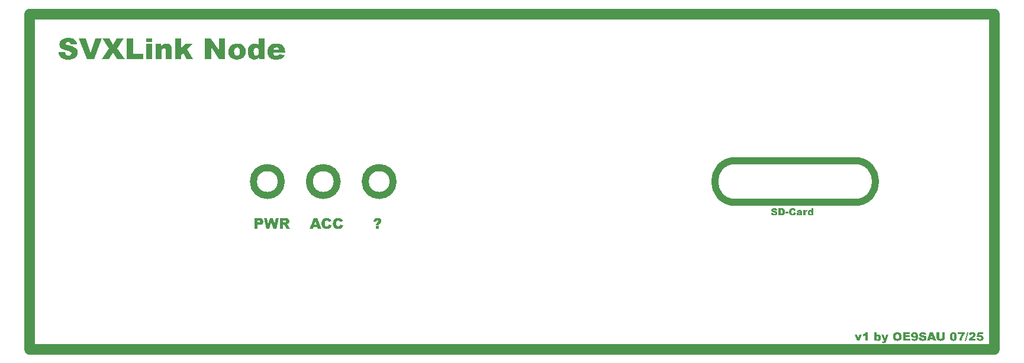
<source format=gbr>
%TF.GenerationSoftware,KiCad,Pcbnew,8.0.5*%
%TF.CreationDate,2025-07-23T09:32:54+02:00*%
%TF.ProjectId,SVX_Node_Case_front,5356585f-4e6f-4646-955f-436173655f66,rev?*%
%TF.SameCoordinates,Original*%
%TF.FileFunction,Legend,Top*%
%TF.FilePolarity,Positive*%
%FSLAX46Y46*%
G04 Gerber Fmt 4.6, Leading zero omitted, Abs format (unit mm)*
G04 Created by KiCad (PCBNEW 8.0.5) date 2025-07-23 09:32:54*
%MOMM*%
%LPD*%
G01*
G04 APERTURE LIST*
%ADD10C,0.200000*%
%ADD11C,1.000000*%
%ADD12C,1.500000*%
G04 APERTURE END LIST*
D10*
G36*
X196001758Y-112914381D02*
G01*
X196351123Y-112914381D01*
X196521116Y-113473013D01*
X196696678Y-112914381D01*
X197035491Y-112914381D01*
X196663558Y-113796000D01*
X196366071Y-113796000D01*
X196001758Y-112914381D01*
G37*
G36*
X197855854Y-112576739D02*
G01*
X197855854Y-113796000D01*
X197516161Y-113796000D01*
X197516161Y-112997618D01*
X197465202Y-113035177D01*
X197415274Y-113067983D01*
X197361543Y-113098583D01*
X197356720Y-113101080D01*
X197299119Y-113127901D01*
X197238760Y-113151623D01*
X197177928Y-113172435D01*
X197163572Y-113176990D01*
X197163572Y-112895623D01*
X197225170Y-112874517D01*
X197281368Y-112851865D01*
X197340108Y-112823485D01*
X197391499Y-112793001D01*
X197429699Y-112765197D01*
X197474469Y-112724732D01*
X197514110Y-112679834D01*
X197548621Y-112630503D01*
X197578004Y-112576739D01*
X197855854Y-112576739D01*
G37*
G36*
X199147801Y-112990291D02*
G01*
X199194292Y-112953346D01*
X199246056Y-112925600D01*
X199261814Y-112919363D01*
X199320358Y-112903134D01*
X199379442Y-112896202D01*
X199403377Y-112895623D01*
X199470624Y-112901148D01*
X199532598Y-112917726D01*
X199589299Y-112945355D01*
X199640726Y-112984036D01*
X199667745Y-113011101D01*
X199703305Y-113057950D01*
X199731507Y-113111887D01*
X199752352Y-113172915D01*
X199765840Y-113241031D01*
X199771459Y-113303210D01*
X199772379Y-113342880D01*
X199770093Y-113404213D01*
X199761882Y-113470323D01*
X199747699Y-113532184D01*
X199727544Y-113589795D01*
X199724605Y-113596697D01*
X199694811Y-113653975D01*
X199659175Y-113702488D01*
X199612727Y-113746114D01*
X199592128Y-113760535D01*
X199537568Y-113789129D01*
X199479402Y-113807132D01*
X199417630Y-113814546D01*
X199404842Y-113814757D01*
X199345957Y-113810636D01*
X199285747Y-113796739D01*
X199243349Y-113779879D01*
X199193028Y-113746941D01*
X199146948Y-113704241D01*
X199122889Y-113677884D01*
X199122889Y-113796000D01*
X198808988Y-113796000D01*
X198808988Y-113349621D01*
X199145163Y-113349621D01*
X199147820Y-113408569D01*
X199158610Y-113469993D01*
X199182515Y-113525717D01*
X199187662Y-113533096D01*
X199232463Y-113573699D01*
X199291182Y-113589608D01*
X199295226Y-113589663D01*
X199353606Y-113573947D01*
X199396050Y-113533976D01*
X199422617Y-113475963D01*
X199433837Y-113414288D01*
X199437042Y-113354273D01*
X199437083Y-113346104D01*
X199433906Y-113285545D01*
X199421398Y-113224815D01*
X199396929Y-113175232D01*
X199352819Y-113134346D01*
X199300209Y-113120717D01*
X199241450Y-113133210D01*
X199193769Y-113170691D01*
X199188248Y-113177577D01*
X199160352Y-113233260D01*
X199147856Y-113295564D01*
X199145163Y-113349621D01*
X198808988Y-113349621D01*
X198808988Y-112595497D01*
X199147801Y-112595497D01*
X199147801Y-112990291D01*
G37*
G36*
X199829532Y-112914381D02*
G01*
X200183879Y-112914381D01*
X200364424Y-113501443D01*
X200531779Y-112914381D01*
X200862386Y-112914381D01*
X200515366Y-113856376D01*
X200492982Y-113912839D01*
X200466685Y-113969465D01*
X200436392Y-114021988D01*
X200398164Y-114069352D01*
X200394319Y-114072971D01*
X200344805Y-114107721D01*
X200283897Y-114132542D01*
X200221256Y-114146116D01*
X200160620Y-114151701D01*
X200127899Y-114152399D01*
X200068743Y-114150113D01*
X200006381Y-114144842D01*
X199940398Y-114137588D01*
X199903684Y-114133055D01*
X199877306Y-113902978D01*
X199938883Y-113918728D01*
X200000617Y-113926140D01*
X200038799Y-113927304D01*
X200098501Y-113918587D01*
X200134933Y-113899754D01*
X200174513Y-113851642D01*
X200197069Y-113800982D01*
X199829532Y-112914381D01*
G37*
G36*
X202185657Y-112579249D02*
G01*
X202254570Y-112586778D01*
X202319160Y-112599326D01*
X202379427Y-112616893D01*
X202435371Y-112639479D01*
X202499222Y-112674770D01*
X202556317Y-112717904D01*
X202577264Y-112737353D01*
X202624295Y-112790595D01*
X202663354Y-112850119D01*
X202694442Y-112915926D01*
X202713573Y-112973095D01*
X202727602Y-113034284D01*
X202736530Y-113099495D01*
X202740356Y-113168726D01*
X202740516Y-113186662D01*
X202738770Y-113250403D01*
X202733532Y-113310465D01*
X202722637Y-113377685D01*
X202706714Y-113439608D01*
X202685763Y-113496236D01*
X202669002Y-113531045D01*
X202634799Y-113586926D01*
X202594509Y-113637113D01*
X202548133Y-113681606D01*
X202495670Y-113720405D01*
X202462958Y-113740019D01*
X202400918Y-113769141D01*
X202342673Y-113788409D01*
X202279750Y-113802423D01*
X202212149Y-113811181D01*
X202152241Y-113814465D01*
X202127369Y-113814757D01*
X202065163Y-113813183D01*
X202006405Y-113808460D01*
X201940450Y-113798637D01*
X201879460Y-113784280D01*
X201823437Y-113765390D01*
X201788848Y-113750277D01*
X201732674Y-113718477D01*
X201681353Y-113679496D01*
X201634885Y-113633334D01*
X201593269Y-113579991D01*
X201571667Y-113546286D01*
X201543379Y-113491396D01*
X201520944Y-113431582D01*
X201504362Y-113366842D01*
X201493632Y-113297176D01*
X201489161Y-113235359D01*
X201488429Y-113196628D01*
X201861828Y-113196628D01*
X201864218Y-113260447D01*
X201873050Y-113325917D01*
X201891112Y-113388891D01*
X201921591Y-113444628D01*
X201929825Y-113454841D01*
X201977103Y-113496263D01*
X202033941Y-113522344D01*
X202093269Y-113532699D01*
X202114766Y-113533390D01*
X202178213Y-113527315D01*
X202238594Y-113506318D01*
X202288328Y-113470323D01*
X202301172Y-113456600D01*
X202333050Y-113403596D01*
X202352627Y-113340288D01*
X202362996Y-113272392D01*
X202366860Y-113204907D01*
X202367117Y-113180508D01*
X202364696Y-113120813D01*
X202355750Y-113059192D01*
X202337455Y-112999346D01*
X202306581Y-112945508D01*
X202298241Y-112935483D01*
X202250413Y-112894679D01*
X202193026Y-112868988D01*
X202133203Y-112858787D01*
X202111542Y-112858107D01*
X202051570Y-112864320D01*
X201993146Y-112885798D01*
X201943366Y-112922618D01*
X201930118Y-112936655D01*
X201897107Y-112988977D01*
X201876833Y-113049147D01*
X201866096Y-113112345D01*
X201862095Y-113174351D01*
X201861828Y-113196628D01*
X201488429Y-113196628D01*
X201491003Y-113125383D01*
X201498724Y-113058197D01*
X201511593Y-112995068D01*
X201529609Y-112935996D01*
X201552772Y-112880982D01*
X201588965Y-112817920D01*
X201633200Y-112761198D01*
X201653147Y-112740284D01*
X201707868Y-112693169D01*
X201768901Y-112654040D01*
X201822271Y-112628486D01*
X201879680Y-112608043D01*
X201941129Y-112592710D01*
X202006616Y-112582489D01*
X202076143Y-112577378D01*
X202112421Y-112576739D01*
X202185657Y-112579249D01*
G37*
G36*
X202933077Y-112595497D02*
G01*
X203933691Y-112595497D01*
X203933691Y-112876865D01*
X203307355Y-112876865D01*
X203307355Y-113045685D01*
X203888555Y-113045685D01*
X203888555Y-113289538D01*
X203307355Y-113289538D01*
X203307355Y-113514632D01*
X203951863Y-113514632D01*
X203951863Y-113796000D01*
X202933077Y-113796000D01*
X202933077Y-112595497D01*
G37*
G36*
X204610589Y-112578913D02*
G01*
X204671050Y-112585436D01*
X204735205Y-112598541D01*
X204792489Y-112617565D01*
X204836120Y-112638581D01*
X204888162Y-112673899D01*
X204934672Y-112718302D01*
X204970830Y-112764609D01*
X205002752Y-112817871D01*
X205011095Y-112834367D01*
X205036676Y-112897232D01*
X205053603Y-112957703D01*
X205065912Y-113024253D01*
X205072644Y-113084355D01*
X205076171Y-113148679D01*
X205076748Y-113189300D01*
X205075537Y-113248555D01*
X205070156Y-113322817D01*
X205060470Y-113391657D01*
X205046480Y-113455075D01*
X205028184Y-113513070D01*
X204999262Y-113577939D01*
X204963613Y-113634337D01*
X204938995Y-113664108D01*
X204893434Y-113707508D01*
X204842664Y-113743552D01*
X204786684Y-113772240D01*
X204725496Y-113793572D01*
X204659098Y-113807549D01*
X204587491Y-113814169D01*
X204557390Y-113814757D01*
X204497219Y-113813116D01*
X204435596Y-113807223D01*
X204375380Y-113795468D01*
X204329951Y-113780466D01*
X204276015Y-113752948D01*
X204228659Y-113717950D01*
X204191318Y-113679642D01*
X204156449Y-113630190D01*
X204127607Y-113572910D01*
X204106615Y-113514046D01*
X204440446Y-113477116D01*
X204459588Y-113532566D01*
X204484996Y-113564457D01*
X204539786Y-113588088D01*
X204561493Y-113589663D01*
X204621317Y-113576216D01*
X204669339Y-113535874D01*
X204687522Y-113508184D01*
X204708318Y-113451014D01*
X204720962Y-113389511D01*
X204730312Y-113321931D01*
X204737055Y-113253780D01*
X204695331Y-113295699D01*
X204648867Y-113331790D01*
X204613370Y-113352259D01*
X204554161Y-113373497D01*
X204492350Y-113382568D01*
X204466824Y-113383327D01*
X204407717Y-113379370D01*
X204343265Y-113364752D01*
X204283665Y-113339363D01*
X204228918Y-113303203D01*
X204192784Y-113270780D01*
X204149273Y-113218693D01*
X204116448Y-113160913D01*
X204094311Y-113097438D01*
X204083842Y-113038499D01*
X204081116Y-112986188D01*
X204081771Y-112976809D01*
X204400000Y-112976809D01*
X204406429Y-113037122D01*
X204430183Y-113092692D01*
X204445722Y-113111631D01*
X204497159Y-113146582D01*
X204555763Y-113158187D01*
X204560027Y-113158233D01*
X204621031Y-113148315D01*
X204671603Y-113118562D01*
X204677557Y-113113096D01*
X204711427Y-113062216D01*
X204724007Y-113004263D01*
X204724745Y-112983843D01*
X204717779Y-112925069D01*
X204692046Y-112869627D01*
X204675212Y-112850193D01*
X204624285Y-112815482D01*
X204563826Y-112802022D01*
X204555045Y-112801833D01*
X204493862Y-112812751D01*
X204443963Y-112845504D01*
X204412407Y-112896105D01*
X204400686Y-112955587D01*
X204400000Y-112976809D01*
X204081771Y-112976809D01*
X204085614Y-112921747D01*
X204099107Y-112860644D01*
X204121595Y-112802880D01*
X204137976Y-112772231D01*
X204173344Y-112721582D01*
X204215482Y-112678444D01*
X204264390Y-112642818D01*
X204294487Y-112626272D01*
X204354716Y-112602328D01*
X204414988Y-112587623D01*
X204481597Y-112579109D01*
X204545080Y-112576739D01*
X204610589Y-112578913D01*
G37*
G36*
X205200725Y-113387723D02*
G01*
X205555952Y-113364569D01*
X205567905Y-113425857D01*
X205590393Y-113482253D01*
X205602847Y-113501443D01*
X205648395Y-113544661D01*
X205705650Y-113569940D01*
X205767857Y-113577353D01*
X205826774Y-113571258D01*
X205882553Y-113547023D01*
X205890956Y-113540424D01*
X205927174Y-113492334D01*
X205934333Y-113454548D01*
X205916535Y-113398060D01*
X205893007Y-113371896D01*
X205841674Y-113342806D01*
X205785053Y-113323461D01*
X205720244Y-113306809D01*
X205701912Y-113302727D01*
X205642707Y-113288603D01*
X205574884Y-113269352D01*
X205513930Y-113248326D01*
X205459846Y-113225526D01*
X205404012Y-113195823D01*
X205351374Y-113157939D01*
X205310261Y-113115933D01*
X205275640Y-113062087D01*
X205254208Y-113002012D01*
X205245964Y-112935709D01*
X205245861Y-112926983D01*
X205252234Y-112864723D01*
X205271351Y-112804887D01*
X205299790Y-112752594D01*
X205338819Y-112704738D01*
X205388496Y-112663751D01*
X205442309Y-112632736D01*
X205462163Y-112623634D01*
X205521404Y-112603117D01*
X205581474Y-112589974D01*
X205649231Y-112581319D01*
X205713425Y-112577472D01*
X205759357Y-112576739D01*
X205829108Y-112578814D01*
X205893464Y-112585040D01*
X205952424Y-112595415D01*
X206016055Y-112613344D01*
X206071916Y-112637249D01*
X206112533Y-112661736D01*
X206161035Y-112703718D01*
X206200112Y-112755294D01*
X206229765Y-112816462D01*
X206247680Y-112876528D01*
X206257320Y-112931966D01*
X205905317Y-112951896D01*
X205888807Y-112895138D01*
X205854543Y-112844671D01*
X205846406Y-112837591D01*
X205792990Y-112810773D01*
X205732186Y-112801973D01*
X205722428Y-112801833D01*
X205662311Y-112809526D01*
X205624242Y-112829091D01*
X205592987Y-112878836D01*
X205591416Y-112895330D01*
X205618674Y-112946621D01*
X205675519Y-112973328D01*
X205737721Y-112989024D01*
X205743824Y-112990291D01*
X205802836Y-113003288D01*
X205870496Y-113019611D01*
X205931372Y-113036020D01*
X205995470Y-113055825D01*
X206057905Y-113079086D01*
X206094361Y-113095804D01*
X206149451Y-113127850D01*
X206199895Y-113168241D01*
X206239004Y-113213670D01*
X206248527Y-113228281D01*
X206276060Y-113284903D01*
X206292164Y-113345958D01*
X206296887Y-113405309D01*
X206291787Y-113468544D01*
X206276485Y-113528998D01*
X206250983Y-113586669D01*
X206232407Y-113617507D01*
X206192245Y-113668367D01*
X206143968Y-113711809D01*
X206094243Y-113744196D01*
X206052742Y-113764639D01*
X205991376Y-113786566D01*
X205931490Y-113800613D01*
X205865825Y-113809863D01*
X205804942Y-113813974D01*
X205761995Y-113814757D01*
X205687875Y-113812875D01*
X205619681Y-113807229D01*
X205557413Y-113797818D01*
X205487911Y-113780760D01*
X205427668Y-113757821D01*
X205367600Y-113722530D01*
X205334961Y-113694297D01*
X205294075Y-113646727D01*
X205260443Y-113594582D01*
X205234064Y-113537862D01*
X205214940Y-113476566D01*
X205203070Y-113410696D01*
X205200725Y-113387723D01*
G37*
G36*
X207671486Y-113796000D02*
G01*
X207280795Y-113796000D01*
X207221591Y-113589663D01*
X206796315Y-113589663D01*
X206737697Y-113796000D01*
X206356092Y-113796000D01*
X206533435Y-113327053D01*
X206876915Y-113327053D01*
X207143335Y-113327053D01*
X207009685Y-112902071D01*
X206876915Y-113327053D01*
X206533435Y-113327053D01*
X206810090Y-112595497D01*
X207217487Y-112595497D01*
X207671486Y-113796000D01*
G37*
G36*
X208512951Y-112595497D02*
G01*
X208885471Y-112595497D01*
X208885471Y-113309761D01*
X208882828Y-113368514D01*
X208873691Y-113431620D01*
X208858029Y-113492437D01*
X208852058Y-113510235D01*
X208827483Y-113566930D01*
X208795524Y-113619046D01*
X208756179Y-113666581D01*
X208747424Y-113675539D01*
X208702224Y-113715564D01*
X208650917Y-113750071D01*
X208597948Y-113774604D01*
X208540722Y-113792171D01*
X208478073Y-113804719D01*
X208418808Y-113811581D01*
X208355392Y-113814601D01*
X208336510Y-113814757D01*
X208273954Y-113813303D01*
X208213779Y-113809456D01*
X208150455Y-113803205D01*
X208143949Y-113802448D01*
X208082240Y-113792407D01*
X208022029Y-113775940D01*
X207969853Y-113753794D01*
X207918965Y-113722250D01*
X207871374Y-113682133D01*
X207841479Y-113650626D01*
X207805911Y-113603998D01*
X207776984Y-113552024D01*
X207762051Y-113512287D01*
X207745333Y-113450053D01*
X207734086Y-113391947D01*
X207728007Y-113332224D01*
X207727466Y-113309761D01*
X207727466Y-112595497D01*
X208099986Y-112595497D01*
X208099986Y-113325295D01*
X208106462Y-113387539D01*
X208128299Y-113443909D01*
X208154794Y-113478288D01*
X208206339Y-113513964D01*
X208266370Y-113530753D01*
X208306908Y-113533390D01*
X208368284Y-113526983D01*
X208424022Y-113505378D01*
X208458143Y-113479168D01*
X208493629Y-113427615D01*
X208510329Y-113366718D01*
X208512951Y-113325295D01*
X208512951Y-112595497D01*
G37*
G36*
X210198290Y-112579104D02*
G01*
X210256510Y-112586198D01*
X210318285Y-112601292D01*
X210333342Y-112606635D01*
X210388132Y-112631392D01*
X210438185Y-112663979D01*
X210461130Y-112684011D01*
X210502930Y-112729893D01*
X210537295Y-112781249D01*
X210539092Y-112784541D01*
X210564958Y-112841621D01*
X210582901Y-112898658D01*
X210585108Y-112907346D01*
X210598241Y-112966493D01*
X210608149Y-113026734D01*
X210614830Y-113088069D01*
X210618287Y-113150498D01*
X210618813Y-113186662D01*
X210617834Y-113246237D01*
X210613484Y-113320893D01*
X210605653Y-113390090D01*
X210594341Y-113453828D01*
X210579549Y-113512107D01*
X210556165Y-113577280D01*
X210527342Y-113633923D01*
X210507438Y-113663815D01*
X210460026Y-113715112D01*
X210411889Y-113749752D01*
X210355910Y-113777022D01*
X210292088Y-113796921D01*
X210220424Y-113809451D01*
X210157446Y-113814168D01*
X210124075Y-113814757D01*
X210060188Y-113812457D01*
X210001882Y-113805557D01*
X209942082Y-113792038D01*
X209883522Y-113769648D01*
X209877585Y-113766690D01*
X209827353Y-113735964D01*
X209782500Y-113698189D01*
X209743025Y-113653367D01*
X209723419Y-113625420D01*
X209693386Y-113568941D01*
X209672515Y-113511484D01*
X209656961Y-113451698D01*
X209655422Y-113444583D01*
X209644779Y-113385635D01*
X209637177Y-113323683D01*
X209632616Y-113258726D01*
X209631119Y-113199425D01*
X209631106Y-113194576D01*
X209964340Y-113194576D01*
X209965335Y-113262306D01*
X209968319Y-113322981D01*
X209974525Y-113386478D01*
X209985386Y-113447716D01*
X210005080Y-113506132D01*
X210040828Y-113557034D01*
X210095661Y-113586727D01*
X210123489Y-113589663D01*
X210181970Y-113575810D01*
X210212002Y-113554199D01*
X210246238Y-113504938D01*
X210265985Y-113446979D01*
X210267103Y-113442238D01*
X210277282Y-113379499D01*
X210282468Y-113313072D01*
X210284546Y-113252014D01*
X210284982Y-113203369D01*
X210283987Y-113132895D01*
X210281004Y-113070035D01*
X210274797Y-113004653D01*
X210263936Y-112942230D01*
X210244242Y-112883899D01*
X210207917Y-112833890D01*
X210155542Y-112805760D01*
X210121730Y-112801833D01*
X210061694Y-112815619D01*
X210016846Y-112856977D01*
X210001270Y-112885364D01*
X209983418Y-112943595D01*
X209973572Y-113004433D01*
X209967946Y-113067407D01*
X209965242Y-113127521D01*
X209964340Y-113194576D01*
X209631106Y-113194576D01*
X209631095Y-113190766D01*
X209632185Y-113128599D01*
X209635454Y-113070034D01*
X209643202Y-112997549D01*
X209654825Y-112931466D01*
X209670322Y-112871785D01*
X209695142Y-112806187D01*
X209726016Y-112750593D01*
X209755073Y-112713320D01*
X209806229Y-112666904D01*
X209855817Y-112635560D01*
X209911730Y-112610884D01*
X209973969Y-112592878D01*
X210042534Y-112581541D01*
X210101940Y-112577273D01*
X210133161Y-112576739D01*
X210198290Y-112579104D01*
G37*
G36*
X210756566Y-112595497D02*
G01*
X211736664Y-112595497D01*
X211736664Y-112820298D01*
X211690227Y-112863942D01*
X211646758Y-112908926D01*
X211606256Y-112955250D01*
X211568722Y-113002912D01*
X211534156Y-113051915D01*
X211523293Y-113068547D01*
X211491929Y-113120105D01*
X211462683Y-113173481D01*
X211435555Y-113228675D01*
X211410545Y-113285686D01*
X211387653Y-113344515D01*
X211366879Y-113405161D01*
X211359162Y-113429928D01*
X211342349Y-113489949D01*
X211327742Y-113553947D01*
X211315339Y-113621923D01*
X211306688Y-113681607D01*
X211299568Y-113744054D01*
X211294975Y-113796000D01*
X210960265Y-113796000D01*
X210970862Y-113723991D01*
X210982869Y-113654949D01*
X210996287Y-113588875D01*
X211011116Y-113525769D01*
X211027355Y-113465631D01*
X211045005Y-113408459D01*
X211069050Y-113341169D01*
X211084535Y-113303020D01*
X211113508Y-113240065D01*
X211147304Y-113175765D01*
X211177813Y-113123357D01*
X211211409Y-113070088D01*
X211248091Y-113015957D01*
X211287860Y-112960966D01*
X211330715Y-112905114D01*
X211353300Y-112876865D01*
X210756566Y-112876865D01*
X210756566Y-112595497D01*
G37*
G36*
X212103614Y-112576739D02*
G01*
X212275073Y-112576739D01*
X211971723Y-113814757D01*
X211802023Y-113814757D01*
X212103614Y-112576739D01*
G37*
G36*
X213319651Y-113796000D02*
G01*
X212312295Y-113796000D01*
X212323227Y-113730818D01*
X212340890Y-113667347D01*
X212365285Y-113605588D01*
X212396413Y-113545539D01*
X212417222Y-113511994D01*
X212455594Y-113460491D01*
X212495820Y-113415289D01*
X212543545Y-113368013D01*
X212587124Y-113328697D01*
X212635502Y-113288054D01*
X212688680Y-113246082D01*
X212746657Y-113202782D01*
X212798300Y-113164170D01*
X212849071Y-113123758D01*
X212894591Y-113083687D01*
X212935408Y-113039237D01*
X212965070Y-112988044D01*
X212976734Y-112933138D01*
X212962371Y-112874085D01*
X212935994Y-112840228D01*
X212883485Y-112809182D01*
X212833412Y-112801833D01*
X212774867Y-112812238D01*
X212728192Y-112843452D01*
X212695859Y-112896106D01*
X212678432Y-112958260D01*
X212673384Y-112989412D01*
X212336915Y-112961568D01*
X212347205Y-112902622D01*
X212362812Y-112842570D01*
X212385275Y-112784340D01*
X212409602Y-112740870D01*
X212446782Y-112694863D01*
X212492377Y-112656126D01*
X212546387Y-112624659D01*
X212558199Y-112619237D01*
X212618117Y-112598694D01*
X212681186Y-112586077D01*
X212743946Y-112579395D01*
X212803365Y-112576905D01*
X212824326Y-112576739D01*
X212887950Y-112578141D01*
X212955197Y-112583318D01*
X213014927Y-112592310D01*
X213073985Y-112607257D01*
X213099832Y-112616600D01*
X213157414Y-112645479D01*
X213206696Y-112682660D01*
X213247677Y-112728140D01*
X213254877Y-112738233D01*
X213284707Y-112791470D01*
X213303489Y-112848600D01*
X213311223Y-112909622D01*
X213311444Y-112922294D01*
X213306320Y-112982387D01*
X213290949Y-113040996D01*
X213265331Y-113098121D01*
X213246671Y-113129217D01*
X213207671Y-113179811D01*
X213162698Y-113226065D01*
X213116089Y-113267185D01*
X213062041Y-113309665D01*
X213011318Y-113346104D01*
X212959585Y-113381578D01*
X212910774Y-113416057D01*
X212875617Y-113442531D01*
X212830904Y-113481240D01*
X212795310Y-113514632D01*
X213319651Y-113514632D01*
X213319651Y-113796000D01*
G37*
G36*
X213592519Y-112595497D02*
G01*
X214389727Y-112595497D01*
X214389727Y-112876865D01*
X213849853Y-112876865D01*
X213820837Y-113046565D01*
X213876524Y-113021505D01*
X213931625Y-113003773D01*
X213989528Y-112992568D01*
X214040069Y-112989412D01*
X214105692Y-112993235D01*
X214166492Y-113004703D01*
X214222471Y-113023817D01*
X214281684Y-113055780D01*
X214334333Y-113098149D01*
X214378415Y-113148414D01*
X214411670Y-113204065D01*
X214434098Y-113265101D01*
X214445699Y-113331523D01*
X214447466Y-113371896D01*
X214442853Y-113436464D01*
X214429012Y-113499594D01*
X214405944Y-113561286D01*
X214389141Y-113594939D01*
X214357084Y-113645277D01*
X214313751Y-113694376D01*
X214262720Y-113735499D01*
X214224424Y-113758484D01*
X214167344Y-113783103D01*
X214102791Y-113800689D01*
X214040176Y-113810306D01*
X213971839Y-113814538D01*
X213951263Y-113814757D01*
X213886687Y-113812926D01*
X213827491Y-113807431D01*
X213768025Y-113797030D01*
X213746099Y-113791603D01*
X213690475Y-113772983D01*
X213636668Y-113746509D01*
X213601018Y-113722434D01*
X213556353Y-113683063D01*
X213516474Y-113636228D01*
X213504298Y-113618386D01*
X213476135Y-113566256D01*
X213453830Y-113509722D01*
X213442456Y-113473013D01*
X213782149Y-113439600D01*
X213799259Y-113497239D01*
X213834339Y-113546625D01*
X213839888Y-113551561D01*
X213893037Y-113581291D01*
X213948039Y-113589663D01*
X214008364Y-113579230D01*
X214057999Y-113547932D01*
X214063810Y-113542182D01*
X214095065Y-113491717D01*
X214107925Y-113434262D01*
X214109532Y-113400619D01*
X214104060Y-113340421D01*
X214083483Y-113284995D01*
X214063224Y-113259349D01*
X214013322Y-113227162D01*
X213954546Y-113214900D01*
X213940418Y-113214506D01*
X213880861Y-113222864D01*
X213846336Y-113235902D01*
X213796805Y-113269036D01*
X213772184Y-113291882D01*
X213486420Y-113254953D01*
X213592519Y-112595497D01*
G37*
D11*
X130000000Y-91000000D02*
G75*
G02*
X126000000Y-91000000I-2000000J0D01*
G01*
X126000000Y-91000000D02*
G75*
G02*
X130000000Y-91000000I2000000J0D01*
G01*
X122000000Y-91000000D02*
G75*
G02*
X118000000Y-91000000I-2000000J0D01*
G01*
X118000000Y-91000000D02*
G75*
G02*
X122000000Y-91000000I2000000J0D01*
G01*
X114000000Y-91000000D02*
G75*
G02*
X110000000Y-91000000I-2000000J0D01*
G01*
X110000000Y-91000000D02*
G75*
G02*
X114000000Y-91000000I2000000J0D01*
G01*
X179000000Y-94000000D02*
G75*
G02*
X179000000Y-88000000I0J3000000D01*
G01*
X196000000Y-88000000D02*
G75*
G02*
X196000000Y-94000000I0J-3000000D01*
G01*
X179000000Y-94000000D02*
X196000000Y-94000000D01*
X179000000Y-88000000D02*
X196000000Y-88000000D01*
D10*
G36*
X184048848Y-95489769D02*
G01*
X184344870Y-95470474D01*
X184354831Y-95521547D01*
X184373571Y-95568544D01*
X184383949Y-95584535D01*
X184421906Y-95620551D01*
X184469618Y-95641617D01*
X184521458Y-95647794D01*
X184570555Y-95642715D01*
X184617038Y-95622519D01*
X184624040Y-95617020D01*
X184654222Y-95576945D01*
X184660188Y-95545457D01*
X184645357Y-95498383D01*
X184625750Y-95476580D01*
X184582972Y-95452339D01*
X184535788Y-95436217D01*
X184481780Y-95422341D01*
X184466503Y-95418939D01*
X184417166Y-95407169D01*
X184360647Y-95391127D01*
X184309852Y-95373605D01*
X184264782Y-95354605D01*
X184218253Y-95329852D01*
X184174389Y-95298283D01*
X184140128Y-95263277D01*
X184111277Y-95218405D01*
X184093417Y-95168343D01*
X184086547Y-95113091D01*
X184086461Y-95105819D01*
X184091772Y-95053936D01*
X184107703Y-95004072D01*
X184131402Y-94960495D01*
X184163927Y-94920615D01*
X184205324Y-94886459D01*
X184250168Y-94860613D01*
X184266713Y-94853028D01*
X184316080Y-94835931D01*
X184366139Y-94824978D01*
X184422603Y-94817766D01*
X184476098Y-94814560D01*
X184514375Y-94813949D01*
X184572501Y-94815679D01*
X184626130Y-94820866D01*
X184675264Y-94829513D01*
X184728289Y-94844453D01*
X184774841Y-94864374D01*
X184808688Y-94884780D01*
X184849106Y-94919765D01*
X184881670Y-94962745D01*
X184906381Y-95013718D01*
X184921310Y-95063773D01*
X184929344Y-95109972D01*
X184636008Y-95126580D01*
X184622250Y-95079281D01*
X184593696Y-95037226D01*
X184586915Y-95031325D01*
X184542402Y-95008977D01*
X184491732Y-95001644D01*
X184483600Y-95001528D01*
X184433503Y-95007938D01*
X184401779Y-95024242D01*
X184375733Y-95065697D01*
X184374424Y-95079441D01*
X184397138Y-95122184D01*
X184444510Y-95144440D01*
X184496345Y-95157520D01*
X184501430Y-95158576D01*
X184550607Y-95169407D01*
X184606990Y-95183009D01*
X184657721Y-95196684D01*
X184711135Y-95213187D01*
X184763164Y-95232571D01*
X184793545Y-95246503D01*
X184839453Y-95273208D01*
X184881490Y-95306868D01*
X184914081Y-95344725D01*
X184922016Y-95356901D01*
X184944961Y-95404086D01*
X184958381Y-95454965D01*
X184962316Y-95504424D01*
X184958066Y-95557120D01*
X184945315Y-95607498D01*
X184924063Y-95655558D01*
X184908583Y-95681256D01*
X184875114Y-95723639D01*
X184834884Y-95759841D01*
X184793446Y-95786830D01*
X184758862Y-95803866D01*
X184707724Y-95822138D01*
X184657818Y-95833844D01*
X184603098Y-95841552D01*
X184552362Y-95844978D01*
X184516573Y-95845631D01*
X184454806Y-95844063D01*
X184397978Y-95839357D01*
X184346088Y-95831515D01*
X184288170Y-95817300D01*
X184237967Y-95798184D01*
X184187910Y-95768775D01*
X184160711Y-95745247D01*
X184126639Y-95705605D01*
X184098613Y-95662151D01*
X184076631Y-95614885D01*
X184060694Y-95563805D01*
X184050802Y-95508914D01*
X184048848Y-95489769D01*
G37*
G36*
X185629124Y-94830877D02*
G01*
X185682068Y-94835668D01*
X185736450Y-94845464D01*
X185784299Y-94859870D01*
X185800558Y-94866461D01*
X185845638Y-94889738D01*
X185886081Y-94918076D01*
X185921887Y-94951476D01*
X185939776Y-94972219D01*
X185968292Y-95012758D01*
X185992017Y-95056892D01*
X186010951Y-95104619D01*
X186019399Y-95132686D01*
X186031324Y-95184938D01*
X186039346Y-95238929D01*
X186043201Y-95288380D01*
X186044068Y-95326371D01*
X186042771Y-95384013D01*
X186038882Y-95436589D01*
X186031066Y-95491525D01*
X186019721Y-95539565D01*
X186007187Y-95575254D01*
X185984319Y-95622610D01*
X185956929Y-95665483D01*
X185925019Y-95703874D01*
X185905338Y-95723265D01*
X185863626Y-95756625D01*
X185820006Y-95782208D01*
X185774477Y-95800016D01*
X185765143Y-95802644D01*
X185715180Y-95814612D01*
X185661854Y-95823989D01*
X185611582Y-95829038D01*
X185579762Y-95830000D01*
X185117411Y-95830000D01*
X185117411Y-95595526D01*
X185428576Y-95595526D01*
X185504780Y-95595526D01*
X185555153Y-95593884D01*
X185604652Y-95587417D01*
X185643510Y-95574766D01*
X185682266Y-95543694D01*
X185707990Y-95501737D01*
X185722278Y-95453469D01*
X185729147Y-95399392D01*
X185731345Y-95347063D01*
X185731437Y-95332721D01*
X185729599Y-95278179D01*
X185722811Y-95223228D01*
X185708927Y-95171876D01*
X185685498Y-95128702D01*
X185679169Y-95121207D01*
X185639928Y-95091068D01*
X185593109Y-95073486D01*
X185542345Y-95065449D01*
X185506245Y-95064054D01*
X185428576Y-95064054D01*
X185428576Y-95595526D01*
X185117411Y-95595526D01*
X185117411Y-94829581D01*
X185579762Y-94829581D01*
X185629124Y-94830877D01*
G37*
G36*
X186129553Y-95345422D02*
G01*
X186536217Y-95345422D01*
X186536217Y-95564263D01*
X186129553Y-95564263D01*
X186129553Y-95345422D01*
G37*
G36*
X187338066Y-95423579D02*
G01*
X187610642Y-95502470D01*
X187597154Y-95550370D01*
X187578019Y-95600733D01*
X187554916Y-95646426D01*
X187527843Y-95687447D01*
X187524180Y-95692247D01*
X187488672Y-95732037D01*
X187448643Y-95765954D01*
X187404093Y-95793998D01*
X187377390Y-95807041D01*
X187330678Y-95823924D01*
X187277983Y-95835983D01*
X187226966Y-95842578D01*
X187171367Y-95845480D01*
X187154640Y-95845631D01*
X187104816Y-95844480D01*
X187048900Y-95840061D01*
X186997208Y-95832327D01*
X186942240Y-95819115D01*
X186893023Y-95801392D01*
X186886461Y-95798492D01*
X186842296Y-95774338D01*
X186800843Y-95743334D01*
X186762101Y-95705482D01*
X186731051Y-95667586D01*
X186706699Y-95632163D01*
X186681050Y-95585131D01*
X186660709Y-95533428D01*
X186645673Y-95477053D01*
X186637198Y-95426507D01*
X186632407Y-95372716D01*
X186631228Y-95327348D01*
X186633304Y-95267283D01*
X186639532Y-95210798D01*
X186649912Y-95157893D01*
X186664445Y-95108567D01*
X186683129Y-95062821D01*
X186712324Y-95010673D01*
X186748006Y-94964118D01*
X186764096Y-94947062D01*
X186808312Y-94908714D01*
X186857919Y-94876866D01*
X186912917Y-94851517D01*
X186960796Y-94835918D01*
X187012125Y-94824479D01*
X187066904Y-94817199D01*
X187125133Y-94814079D01*
X187140230Y-94813949D01*
X187197696Y-94815834D01*
X187251179Y-94821486D01*
X187300679Y-94830908D01*
X187354821Y-94847188D01*
X187403226Y-94868895D01*
X187439183Y-94891130D01*
X187478066Y-94922984D01*
X187513017Y-94960659D01*
X187544035Y-95004156D01*
X187571120Y-95053475D01*
X187590687Y-95099021D01*
X187601116Y-95128290D01*
X187326343Y-95189106D01*
X187308714Y-95143480D01*
X187296057Y-95122184D01*
X187260890Y-95085897D01*
X187232065Y-95067718D01*
X187184213Y-95051607D01*
X187147801Y-95048422D01*
X187098006Y-95053628D01*
X187049359Y-95071928D01*
X187008516Y-95103405D01*
X186985624Y-95131709D01*
X186963213Y-95177223D01*
X186950140Y-95229973D01*
X186944620Y-95278721D01*
X186943126Y-95325882D01*
X186944912Y-95383633D01*
X186950270Y-95434154D01*
X186961036Y-95483958D01*
X186982021Y-95533531D01*
X186993928Y-95550341D01*
X187033733Y-95584966D01*
X187083292Y-95605219D01*
X187136810Y-95611158D01*
X187188411Y-95606483D01*
X187235310Y-95590541D01*
X187271877Y-95563286D01*
X187302594Y-95521086D01*
X187322787Y-95476578D01*
X187336760Y-95429261D01*
X187338066Y-95423579D01*
G37*
G36*
X188154717Y-95080363D02*
G01*
X188209087Y-95082798D01*
X188262846Y-95087654D01*
X188304047Y-95093852D01*
X188353575Y-95107227D01*
X188400692Y-95130114D01*
X188431297Y-95152958D01*
X188463171Y-95190511D01*
X188486176Y-95237583D01*
X188487473Y-95241130D01*
X188501665Y-95289943D01*
X188508052Y-95340064D01*
X188508234Y-95349818D01*
X188508234Y-95673928D01*
X188510243Y-95725070D01*
X188514584Y-95755017D01*
X188530925Y-95803052D01*
X188543161Y-95830000D01*
X188280844Y-95830000D01*
X188260083Y-95786524D01*
X188250558Y-95739385D01*
X188212863Y-95772274D01*
X188171939Y-95800054D01*
X188141381Y-95815345D01*
X188092638Y-95831316D01*
X188039219Y-95841372D01*
X187987145Y-95845365D01*
X187968946Y-95845631D01*
X187914793Y-95842849D01*
X187860289Y-95832858D01*
X187813661Y-95815601D01*
X187770621Y-95787501D01*
X187734943Y-95748499D01*
X187712479Y-95704153D01*
X187703230Y-95654465D01*
X187702965Y-95643886D01*
X187705453Y-95621660D01*
X187983356Y-95621660D01*
X188002212Y-95666842D01*
X188006315Y-95670509D01*
X188052981Y-95688140D01*
X188073970Y-95689316D01*
X188124365Y-95682824D01*
X188160676Y-95668799D01*
X188201892Y-95639719D01*
X188217829Y-95618974D01*
X188233036Y-95569910D01*
X188234682Y-95542037D01*
X188234682Y-95501737D01*
X188187042Y-95516134D01*
X188137790Y-95529160D01*
X188114515Y-95534710D01*
X188063329Y-95548728D01*
X188017437Y-95567565D01*
X188006803Y-95575010D01*
X187983448Y-95618416D01*
X187983356Y-95621660D01*
X187705453Y-95621660D01*
X187708737Y-95592325D01*
X187728201Y-95543713D01*
X187751814Y-95512484D01*
X187795013Y-95480170D01*
X187844912Y-95458369D01*
X187892779Y-95444297D01*
X187931821Y-95435792D01*
X187986916Y-95424987D01*
X188041361Y-95414009D01*
X188090618Y-95403609D01*
X188135764Y-95393049D01*
X188183818Y-95378944D01*
X188231421Y-95362282D01*
X188234682Y-95361053D01*
X188227959Y-95312418D01*
X188213433Y-95288269D01*
X188166106Y-95268925D01*
X188138450Y-95267264D01*
X188088330Y-95271214D01*
X188039818Y-95288301D01*
X188035380Y-95291200D01*
X188004750Y-95329658D01*
X187992149Y-95361053D01*
X187724947Y-95329790D01*
X187736916Y-95280150D01*
X187755081Y-95231605D01*
X187768422Y-95207180D01*
X187800740Y-95167732D01*
X187840878Y-95135755D01*
X187850732Y-95129511D01*
X187896345Y-95108323D01*
X187944105Y-95095154D01*
X187956489Y-95092630D01*
X188008559Y-95084742D01*
X188058944Y-95080709D01*
X188102058Y-95079685D01*
X188154717Y-95080363D01*
G37*
G36*
X188673098Y-95095317D02*
G01*
X188934926Y-95095317D01*
X188934926Y-95216461D01*
X188958802Y-95172383D01*
X188988019Y-95132083D01*
X189012840Y-95108995D01*
X189057658Y-95087013D01*
X189108327Y-95079714D01*
X189112002Y-95079685D01*
X189164144Y-95085933D01*
X189211287Y-95100980D01*
X189247313Y-95117543D01*
X189160851Y-95319288D01*
X189114221Y-95303089D01*
X189082693Y-95298527D01*
X189033906Y-95309945D01*
X188997452Y-95344200D01*
X188976555Y-95389064D01*
X188963720Y-95443831D01*
X188957641Y-95494103D01*
X188954601Y-95552258D01*
X188954221Y-95584291D01*
X188954221Y-95830000D01*
X188673098Y-95830000D01*
X188673098Y-95095317D01*
G37*
G36*
X190093859Y-95830000D02*
G01*
X189832274Y-95830000D01*
X189832274Y-95731570D01*
X189795619Y-95770044D01*
X189755201Y-95803011D01*
X189731891Y-95816566D01*
X189684687Y-95834278D01*
X189633568Y-95843814D01*
X189597313Y-95845631D01*
X189543915Y-95841630D01*
X189495464Y-95829626D01*
X189445188Y-95805506D01*
X189401644Y-95770494D01*
X189369678Y-95731814D01*
X189342951Y-95687407D01*
X189321753Y-95639547D01*
X189306086Y-95588236D01*
X189295948Y-95533473D01*
X189291340Y-95475259D01*
X189291181Y-95464856D01*
X189570446Y-95464856D01*
X189573132Y-95516954D01*
X189582415Y-95564915D01*
X189604396Y-95611646D01*
X189642559Y-95646451D01*
X189688660Y-95658053D01*
X189737691Y-95646329D01*
X189775562Y-95614043D01*
X189777808Y-95611158D01*
X189801055Y-95563261D01*
X189810872Y-95513086D01*
X189813712Y-95458018D01*
X189810833Y-95407771D01*
X189799496Y-95356905D01*
X189777320Y-95314647D01*
X189738962Y-95280637D01*
X189688702Y-95267310D01*
X189685240Y-95267264D01*
X189637819Y-95280085D01*
X189603419Y-95312693D01*
X189582070Y-95359722D01*
X189573054Y-95409668D01*
X189570446Y-95464856D01*
X189291181Y-95464856D01*
X189291032Y-95455087D01*
X189293149Y-95400241D01*
X189299500Y-95349580D01*
X189312709Y-95294314D01*
X189332015Y-95245075D01*
X189357417Y-95201864D01*
X189377739Y-95176406D01*
X189418023Y-95138719D01*
X189462796Y-95110288D01*
X189512057Y-95091114D01*
X189565806Y-95081197D01*
X189598534Y-95079685D01*
X189649662Y-95082951D01*
X189700125Y-95093770D01*
X189716992Y-95099469D01*
X189761290Y-95120400D01*
X189801008Y-95148997D01*
X189811514Y-95158576D01*
X189811514Y-94829581D01*
X190093859Y-94829581D01*
X190093859Y-95830000D01*
G37*
D12*
X78000000Y-67000000D02*
X216000000Y-67000000D01*
X216000000Y-115000000D01*
X78000000Y-115000000D01*
X78000000Y-67000000D01*
D10*
G36*
X111004480Y-96247278D02*
G01*
X111087599Y-96258441D01*
X111161753Y-96277976D01*
X111236937Y-96311347D01*
X111299919Y-96356114D01*
X111307920Y-96363440D01*
X111357170Y-96420336D01*
X111394323Y-96486839D01*
X111419380Y-96562949D01*
X111431230Y-96635832D01*
X111434316Y-96701960D01*
X111429473Y-96783250D01*
X111414944Y-96857585D01*
X111385752Y-96935518D01*
X111343377Y-97003985D01*
X111296563Y-97055136D01*
X111229514Y-97104671D01*
X111160992Y-97137446D01*
X111082270Y-97161283D01*
X111008875Y-97174318D01*
X110928397Y-97181147D01*
X110876709Y-97182264D01*
X110621353Y-97182264D01*
X110621353Y-97745000D01*
X110152407Y-97745000D01*
X110152407Y-96877449D01*
X110621353Y-96877449D01*
X110735659Y-96877449D01*
X110812281Y-96873012D01*
X110888354Y-96853980D01*
X110925436Y-96832020D01*
X110969575Y-96772385D01*
X110980024Y-96714783D01*
X110963233Y-96640048D01*
X110932397Y-96597547D01*
X110864253Y-96561277D01*
X110785736Y-96549942D01*
X110754344Y-96549187D01*
X110621353Y-96549187D01*
X110621353Y-96877449D01*
X110152407Y-96877449D01*
X110152407Y-96244371D01*
X110928367Y-96244371D01*
X111004480Y-96247278D01*
G37*
G36*
X111514183Y-96244371D02*
G01*
X111957484Y-96244371D01*
X112117219Y-97082613D01*
X112349860Y-96244371D01*
X112792062Y-96244371D01*
X113025802Y-97082613D01*
X113185537Y-96244371D01*
X113626639Y-96244371D01*
X113293614Y-97745000D01*
X112836392Y-97745000D01*
X112571510Y-96800146D01*
X112307728Y-97745000D01*
X111850139Y-97745000D01*
X111514183Y-96244371D01*
G37*
G36*
X114631509Y-96245672D02*
G01*
X114712961Y-96250478D01*
X114794071Y-96260307D01*
X114870047Y-96276893D01*
X114884734Y-96281374D01*
X114958081Y-96314051D01*
X115020952Y-96361707D01*
X115069016Y-96418028D01*
X115106110Y-96484568D01*
X115129466Y-96559622D01*
X115138739Y-96634452D01*
X115139357Y-96660928D01*
X115134098Y-96735646D01*
X115116164Y-96810067D01*
X115085502Y-96876350D01*
X115039718Y-96939427D01*
X114982599Y-96992922D01*
X114938224Y-97023262D01*
X114867424Y-97056051D01*
X114793578Y-97078107D01*
X114774459Y-97082613D01*
X114846632Y-97110731D01*
X114896092Y-97138667D01*
X114947543Y-97191148D01*
X114970464Y-97219267D01*
X115015376Y-97279288D01*
X115036043Y-97313789D01*
X115261723Y-97745000D01*
X114734159Y-97745000D01*
X114485031Y-97285945D01*
X114445391Y-97219968D01*
X114400401Y-97170174D01*
X114332051Y-97140264D01*
X114286095Y-97135369D01*
X114244696Y-97135369D01*
X114244696Y-97745000D01*
X113776116Y-97745000D01*
X113776116Y-96854002D01*
X114244696Y-96854002D01*
X114441434Y-96854002D01*
X114518439Y-96843403D01*
X114565265Y-96833485D01*
X114631523Y-96797685D01*
X114641102Y-96786591D01*
X114669381Y-96717419D01*
X114670411Y-96699396D01*
X114654008Y-96625137D01*
X114623883Y-96588021D01*
X114551778Y-96557720D01*
X114473116Y-96549528D01*
X114449860Y-96549187D01*
X114244696Y-96549187D01*
X114244696Y-96854002D01*
X113776116Y-96854002D01*
X113776116Y-96244371D01*
X114553907Y-96244371D01*
X114631509Y-96245672D01*
G37*
G36*
X119696196Y-97745000D02*
G01*
X119207833Y-97745000D01*
X119133827Y-97487079D01*
X118602233Y-97487079D01*
X118528960Y-97745000D01*
X118051953Y-97745000D01*
X118273632Y-97158817D01*
X118702983Y-97158817D01*
X119036008Y-97158817D01*
X118868946Y-96627588D01*
X118702983Y-97158817D01*
X118273632Y-97158817D01*
X118619452Y-96244371D01*
X119128698Y-96244371D01*
X119696196Y-97745000D01*
G37*
G36*
X120804448Y-97135369D02*
G01*
X121213311Y-97253705D01*
X121193080Y-97325555D01*
X121164377Y-97401100D01*
X121129722Y-97469639D01*
X121089113Y-97531171D01*
X121083618Y-97538370D01*
X121030356Y-97598056D01*
X120970312Y-97648932D01*
X120903488Y-97690998D01*
X120863433Y-97710561D01*
X120793366Y-97735886D01*
X120714323Y-97753975D01*
X120637797Y-97763868D01*
X120554399Y-97768221D01*
X120529309Y-97768447D01*
X120454572Y-97766721D01*
X120370698Y-97760092D01*
X120293160Y-97748491D01*
X120210709Y-97728673D01*
X120136883Y-97702089D01*
X120127041Y-97697739D01*
X120060793Y-97661507D01*
X119998613Y-97615002D01*
X119940500Y-97558223D01*
X119893926Y-97501380D01*
X119857397Y-97448244D01*
X119818924Y-97377696D01*
X119788411Y-97300142D01*
X119765858Y-97215580D01*
X119753145Y-97139760D01*
X119745959Y-97059074D01*
X119744190Y-96991022D01*
X119747304Y-96900925D01*
X119756646Y-96816197D01*
X119772217Y-96736839D01*
X119794016Y-96662851D01*
X119822042Y-96594232D01*
X119865834Y-96516009D01*
X119919358Y-96446177D01*
X119943492Y-96420593D01*
X120009817Y-96363071D01*
X120084228Y-96315299D01*
X120166724Y-96277276D01*
X120238543Y-96253877D01*
X120315537Y-96236718D01*
X120397705Y-96225799D01*
X120485049Y-96221119D01*
X120507693Y-96220924D01*
X120593893Y-96223751D01*
X120674117Y-96232230D01*
X120748367Y-96246362D01*
X120829579Y-96270783D01*
X120902188Y-96303343D01*
X120956123Y-96336695D01*
X121014448Y-96384476D01*
X121066874Y-96440989D01*
X121113401Y-96506235D01*
X121154028Y-96580213D01*
X121183379Y-96648532D01*
X121199023Y-96692435D01*
X120786863Y-96783660D01*
X120760419Y-96715220D01*
X120741434Y-96683276D01*
X120688683Y-96628846D01*
X120645446Y-96601577D01*
X120573668Y-96577411D01*
X120519050Y-96572634D01*
X120444358Y-96580442D01*
X120371386Y-96607892D01*
X120310123Y-96655107D01*
X120275785Y-96697564D01*
X120242168Y-96765835D01*
X120222558Y-96844960D01*
X120214278Y-96918082D01*
X120212037Y-96988824D01*
X120214716Y-97075450D01*
X120222753Y-97151232D01*
X120238902Y-97225937D01*
X120270381Y-97300296D01*
X120288241Y-97325512D01*
X120347947Y-97377450D01*
X120422286Y-97407828D01*
X120502564Y-97416737D01*
X120579966Y-97409725D01*
X120650314Y-97385812D01*
X120705163Y-97344930D01*
X120751240Y-97281629D01*
X120781529Y-97214868D01*
X120802488Y-97143892D01*
X120804448Y-97135369D01*
G37*
G36*
X122436967Y-97135369D02*
G01*
X122845830Y-97253705D01*
X122825599Y-97325555D01*
X122796897Y-97401100D01*
X122762241Y-97469639D01*
X122721632Y-97531171D01*
X122716137Y-97538370D01*
X122662875Y-97598056D01*
X122602832Y-97648932D01*
X122536007Y-97690998D01*
X122495952Y-97710561D01*
X122425885Y-97735886D01*
X122346842Y-97753975D01*
X122270316Y-97763868D01*
X122186918Y-97768221D01*
X122161828Y-97768447D01*
X122087092Y-97766721D01*
X122003217Y-97760092D01*
X121925680Y-97748491D01*
X121843228Y-97728673D01*
X121769402Y-97702089D01*
X121759560Y-97697739D01*
X121693312Y-97661507D01*
X121631132Y-97615002D01*
X121573019Y-97558223D01*
X121526445Y-97501380D01*
X121489916Y-97448244D01*
X121451443Y-97377696D01*
X121420931Y-97300142D01*
X121398378Y-97215580D01*
X121385664Y-97139760D01*
X121378478Y-97059074D01*
X121376709Y-96991022D01*
X121379823Y-96900925D01*
X121389166Y-96816197D01*
X121404736Y-96736839D01*
X121426535Y-96662851D01*
X121454562Y-96594232D01*
X121498354Y-96516009D01*
X121551877Y-96446177D01*
X121576011Y-96420593D01*
X121642336Y-96363071D01*
X121716747Y-96315299D01*
X121799243Y-96277276D01*
X121871062Y-96253877D01*
X121948056Y-96236718D01*
X122030224Y-96225799D01*
X122117568Y-96221119D01*
X122140212Y-96220924D01*
X122226412Y-96223751D01*
X122306636Y-96232230D01*
X122380886Y-96246362D01*
X122462098Y-96270783D01*
X122534707Y-96303343D01*
X122588642Y-96336695D01*
X122646967Y-96384476D01*
X122699393Y-96440989D01*
X122745920Y-96506235D01*
X122786548Y-96580213D01*
X122815898Y-96648532D01*
X122831542Y-96692435D01*
X122419382Y-96783660D01*
X122392939Y-96715220D01*
X122373953Y-96683276D01*
X122321202Y-96628846D01*
X122277965Y-96601577D01*
X122206188Y-96577411D01*
X122151570Y-96572634D01*
X122076877Y-96580442D01*
X122003906Y-96607892D01*
X121942642Y-96655107D01*
X121908304Y-96697564D01*
X121874687Y-96765835D01*
X121855077Y-96844960D01*
X121846797Y-96918082D01*
X121844556Y-96988824D01*
X121847235Y-97075450D01*
X121855273Y-97151232D01*
X121871421Y-97225937D01*
X121902900Y-97300296D01*
X121920760Y-97325512D01*
X121980466Y-97377450D01*
X122054805Y-97407828D01*
X122135083Y-97416737D01*
X122212485Y-97409725D01*
X122282833Y-97385812D01*
X122337683Y-97344930D01*
X122383759Y-97281629D01*
X122414048Y-97214868D01*
X122435007Y-97143892D01*
X122436967Y-97135369D01*
G37*
G36*
X127921074Y-97276053D02*
G01*
X127529431Y-97276053D01*
X127529431Y-97237585D01*
X127533180Y-97163977D01*
X127548086Y-97090314D01*
X127552145Y-97078583D01*
X127586868Y-97009674D01*
X127619556Y-96966842D01*
X127674551Y-96913066D01*
X127734160Y-96860960D01*
X127792704Y-96812018D01*
X127821057Y-96788789D01*
X127875140Y-96736427D01*
X127904588Y-96666423D01*
X127884016Y-96594617D01*
X127870882Y-96579961D01*
X127801502Y-96551110D01*
X127769766Y-96549187D01*
X127695332Y-96564140D01*
X127648499Y-96596448D01*
X127609390Y-96660836D01*
X127591238Y-96732088D01*
X127587316Y-96760212D01*
X127187247Y-96712219D01*
X127199126Y-96632277D01*
X127219378Y-96558414D01*
X127248001Y-96490631D01*
X127291977Y-96419235D01*
X127347348Y-96356113D01*
X127404934Y-96310170D01*
X127473005Y-96273732D01*
X127551560Y-96246800D01*
X127625031Y-96231618D01*
X127705784Y-96223036D01*
X127775628Y-96220924D01*
X127856806Y-96224196D01*
X127931905Y-96234010D01*
X128011837Y-96253730D01*
X128083494Y-96282356D01*
X128138328Y-96313981D01*
X128202076Y-96364178D01*
X128252634Y-96420249D01*
X128294949Y-96493088D01*
X128319312Y-96573922D01*
X128325907Y-96649570D01*
X128316650Y-96724674D01*
X128288881Y-96797393D01*
X128277547Y-96817732D01*
X128232351Y-96877430D01*
X128177598Y-96932650D01*
X128115499Y-96986551D01*
X128079710Y-97015202D01*
X128022158Y-97063151D01*
X127969698Y-97116179D01*
X127948185Y-97146727D01*
X127924887Y-97220429D01*
X127921074Y-97276053D01*
G37*
G36*
X127516242Y-97369842D02*
G01*
X127935362Y-97369842D01*
X127935362Y-97745000D01*
X127516242Y-97745000D01*
X127516242Y-97369842D01*
G37*
G36*
X82146545Y-72469309D02*
G01*
X83034612Y-72411423D01*
X83064494Y-72564643D01*
X83120714Y-72705634D01*
X83151849Y-72753607D01*
X83265720Y-72861654D01*
X83408856Y-72924851D01*
X83564375Y-72943384D01*
X83711666Y-72928147D01*
X83851114Y-72867559D01*
X83872121Y-72851060D01*
X83962667Y-72730835D01*
X83980565Y-72636371D01*
X83936071Y-72495150D01*
X83877250Y-72429741D01*
X83748917Y-72357017D01*
X83607365Y-72308652D01*
X83445341Y-72267024D01*
X83399511Y-72256817D01*
X83251500Y-72221509D01*
X83081942Y-72173381D01*
X82929557Y-72120816D01*
X82794346Y-72063815D01*
X82654761Y-71989557D01*
X82523168Y-71894849D01*
X82420385Y-71789833D01*
X82333832Y-71655217D01*
X82280251Y-71505031D01*
X82259643Y-71339274D01*
X82259385Y-71317459D01*
X82275317Y-71161808D01*
X82323110Y-71012218D01*
X82394207Y-70881486D01*
X82491781Y-70761845D01*
X82615972Y-70659378D01*
X82750504Y-70581840D01*
X82800139Y-70559085D01*
X82948242Y-70507794D01*
X83098418Y-70474936D01*
X83267809Y-70453298D01*
X83428294Y-70443681D01*
X83543126Y-70441849D01*
X83717503Y-70447037D01*
X83878392Y-70462600D01*
X84025793Y-70488539D01*
X84184869Y-70533361D01*
X84324523Y-70593124D01*
X84426064Y-70654340D01*
X84547319Y-70759296D01*
X84645012Y-70888235D01*
X84719144Y-71041156D01*
X84763932Y-71191320D01*
X84788032Y-71329916D01*
X83908025Y-71379741D01*
X83866751Y-71237845D01*
X83781090Y-71111679D01*
X83760746Y-71093977D01*
X83627206Y-71026933D01*
X83475197Y-71004933D01*
X83450802Y-71004584D01*
X83300510Y-71023816D01*
X83205338Y-71072728D01*
X83127199Y-71197092D01*
X83123272Y-71238325D01*
X83191416Y-71366552D01*
X83333530Y-71433320D01*
X83489035Y-71472561D01*
X83504291Y-71475729D01*
X83651822Y-71508221D01*
X83820972Y-71549029D01*
X83973163Y-71590052D01*
X84133407Y-71639562D01*
X84289494Y-71697715D01*
X84380635Y-71739511D01*
X84518360Y-71819625D01*
X84644470Y-71920604D01*
X84742243Y-72034177D01*
X84766050Y-72070704D01*
X84834883Y-72212258D01*
X84875143Y-72364895D01*
X84886950Y-72513272D01*
X84874199Y-72671361D01*
X84835945Y-72822495D01*
X84772189Y-72966674D01*
X84725750Y-73043768D01*
X84625344Y-73170919D01*
X84504652Y-73279523D01*
X84380340Y-73360490D01*
X84276587Y-73411598D01*
X84123172Y-73466415D01*
X83973456Y-73501532D01*
X83809295Y-73524658D01*
X83657088Y-73534936D01*
X83549720Y-73536894D01*
X83364420Y-73532189D01*
X83193935Y-73518072D01*
X83038264Y-73494545D01*
X82864510Y-73451901D01*
X82713903Y-73394553D01*
X82563731Y-73306325D01*
X82482135Y-73235743D01*
X82379919Y-73116817D01*
X82295839Y-72986455D01*
X82229893Y-72844655D01*
X82182083Y-72691417D01*
X82152407Y-72526742D01*
X82146545Y-72469309D01*
G37*
G36*
X85040823Y-70488743D02*
G01*
X86017550Y-70488743D01*
X86697522Y-72648827D01*
X87367236Y-70488743D01*
X88315387Y-70488743D01*
X87194312Y-73490000D01*
X86182414Y-73490000D01*
X85040823Y-70488743D01*
G37*
G36*
X88396720Y-70488743D02*
G01*
X89424738Y-70488743D01*
X89961095Y-71411981D01*
X90479867Y-70488743D01*
X91498360Y-70488743D01*
X90558269Y-71942477D01*
X91587020Y-73490000D01*
X90537752Y-73490000D01*
X89942044Y-72525729D01*
X89344870Y-73490000D01*
X88301465Y-73490000D01*
X89344870Y-71925624D01*
X88396720Y-70488743D01*
G37*
G36*
X91869853Y-70488743D02*
G01*
X92803349Y-70488743D01*
X92803349Y-72739685D01*
X94260013Y-72739685D01*
X94260013Y-73490000D01*
X91869853Y-73490000D01*
X91869853Y-70488743D01*
G37*
G36*
X94643963Y-70488743D02*
G01*
X95482937Y-70488743D01*
X95482937Y-71051479D01*
X94643963Y-71051479D01*
X94643963Y-70488743D01*
G37*
G36*
X94643963Y-71285952D02*
G01*
X95482937Y-71285952D01*
X95482937Y-73490000D01*
X94643963Y-73490000D01*
X94643963Y-71285952D01*
G37*
G36*
X96011235Y-71285952D02*
G01*
X96792323Y-71285952D01*
X96792323Y-71643524D01*
X96891119Y-71530965D01*
X97001572Y-71429013D01*
X97123897Y-71344965D01*
X97146231Y-71332847D01*
X97291895Y-71275694D01*
X97444792Y-71246476D01*
X97583670Y-71239057D01*
X97748213Y-71252109D01*
X97893797Y-71291264D01*
X98034917Y-71366516D01*
X98128087Y-71447885D01*
X98223367Y-71582906D01*
X98281882Y-71733092D01*
X98312872Y-71887797D01*
X98324421Y-72037703D01*
X98325191Y-72091221D01*
X98325191Y-73490000D01*
X97482554Y-73490000D01*
X97482554Y-72275868D01*
X97469977Y-72126986D01*
X97411038Y-71987522D01*
X97406350Y-71982044D01*
X97279825Y-71905799D01*
X97192393Y-71895582D01*
X97046590Y-71928463D01*
X96944731Y-72012086D01*
X96880116Y-72149370D01*
X96854732Y-72306823D01*
X96850209Y-72429741D01*
X96850209Y-73490000D01*
X96011235Y-73490000D01*
X96011235Y-71285952D01*
G37*
G36*
X98810258Y-70488743D02*
G01*
X99667550Y-70488743D01*
X99667550Y-71967390D01*
X100294033Y-71285952D01*
X101326448Y-71285952D01*
X100540963Y-72058248D01*
X101371877Y-73490000D01*
X100425924Y-73490000D01*
X99982623Y-72608527D01*
X99667550Y-72917006D01*
X99667550Y-73490000D01*
X98810258Y-73490000D01*
X98810258Y-70488743D01*
G37*
G36*
X103071807Y-70488743D02*
G01*
X103943754Y-70488743D01*
X105081681Y-72179881D01*
X105081681Y-70488743D01*
X105960956Y-70488743D01*
X105960956Y-73490000D01*
X105081681Y-73490000D01*
X103949616Y-71807655D01*
X103949616Y-73490000D01*
X103071807Y-73490000D01*
X103071807Y-70488743D01*
G37*
G36*
X107814312Y-71245045D02*
G01*
X107963548Y-71263008D01*
X108135958Y-71302303D01*
X108292661Y-71360310D01*
X108433657Y-71437028D01*
X108558948Y-71532458D01*
X108647871Y-71622274D01*
X108739757Y-71742977D01*
X108812632Y-71873726D01*
X108866496Y-72014522D01*
X108901349Y-72165364D01*
X108917192Y-72326252D01*
X108918248Y-72382114D01*
X108910073Y-72536094D01*
X108885547Y-72681130D01*
X108834534Y-72843367D01*
X108759976Y-72992723D01*
X108661873Y-73129199D01*
X108583391Y-73213028D01*
X108448778Y-73323092D01*
X108296081Y-73410384D01*
X108155020Y-73465732D01*
X108001401Y-73505267D01*
X107835224Y-73528987D01*
X107656489Y-73536894D01*
X107496563Y-73530329D01*
X107346511Y-73510633D01*
X107179483Y-73469666D01*
X107026675Y-73409791D01*
X106888086Y-73331009D01*
X106803593Y-73267983D01*
X106688339Y-73158735D01*
X106592619Y-73039363D01*
X106516434Y-72909865D01*
X106459783Y-72770243D01*
X106422668Y-72620495D01*
X106405086Y-72460622D01*
X106403524Y-72393838D01*
X106403880Y-72387243D01*
X107244696Y-72387243D01*
X107254027Y-72543471D01*
X107286285Y-72688099D01*
X107355407Y-72821415D01*
X107362665Y-72830544D01*
X107478170Y-72928718D01*
X107627761Y-72972896D01*
X107660886Y-72974159D01*
X107806905Y-72947091D01*
X107935962Y-72858015D01*
X107958374Y-72832742D01*
X108029368Y-72702568D01*
X108063500Y-72557253D01*
X108074764Y-72397838D01*
X108074877Y-72378450D01*
X108065546Y-72226235D01*
X108028796Y-72072307D01*
X107956908Y-71944675D01*
X107843667Y-71847002D01*
X107698681Y-71803049D01*
X107666748Y-71801793D01*
X107518665Y-71829562D01*
X107394985Y-71912870D01*
X107364131Y-71946873D01*
X107291350Y-72076463D01*
X107254143Y-72232728D01*
X107244696Y-72387243D01*
X106403880Y-72387243D01*
X106411770Y-72241070D01*
X106443438Y-72069131D01*
X106498856Y-71909608D01*
X106578025Y-71762501D01*
X106680945Y-71627811D01*
X106741311Y-71565122D01*
X106876577Y-71454311D01*
X107028484Y-71366426D01*
X107167784Y-71310702D01*
X107318641Y-71270900D01*
X107481055Y-71247018D01*
X107655024Y-71239057D01*
X107814312Y-71245045D01*
G37*
G36*
X111609560Y-73490000D02*
G01*
X110824808Y-73490000D01*
X110824808Y-73194710D01*
X110714840Y-73310132D01*
X110593586Y-73409033D01*
X110523656Y-73449699D01*
X110382045Y-73502834D01*
X110228687Y-73531444D01*
X110119923Y-73536894D01*
X109959730Y-73524890D01*
X109814375Y-73488878D01*
X109663547Y-73416519D01*
X109532916Y-73311483D01*
X109437020Y-73195443D01*
X109356837Y-73062221D01*
X109293245Y-72918643D01*
X109246241Y-72764710D01*
X109215827Y-72600421D01*
X109202003Y-72425777D01*
X109201528Y-72394570D01*
X110039323Y-72394570D01*
X110047379Y-72550863D01*
X110075228Y-72694746D01*
X110141172Y-72834940D01*
X110255661Y-72939354D01*
X110393963Y-72974159D01*
X110541058Y-72938988D01*
X110654671Y-72842130D01*
X110661409Y-72833475D01*
X110731148Y-72689783D01*
X110760600Y-72539259D01*
X110769120Y-72374054D01*
X110760484Y-72223313D01*
X110726473Y-72070716D01*
X110659944Y-71943942D01*
X110544872Y-71841911D01*
X110394090Y-71801932D01*
X110383705Y-71801793D01*
X110241442Y-71840257D01*
X110138241Y-71938080D01*
X110074195Y-72079167D01*
X110047147Y-72229004D01*
X110039323Y-72394570D01*
X109201528Y-72394570D01*
X109201081Y-72365261D01*
X109207432Y-72200723D01*
X109226483Y-72048742D01*
X109266111Y-71882943D01*
X109324028Y-71735226D01*
X109400234Y-71605593D01*
X109461200Y-71529218D01*
X109582054Y-71416157D01*
X109716372Y-71330866D01*
X109864155Y-71273344D01*
X110025401Y-71243591D01*
X110123586Y-71239057D01*
X110276971Y-71248853D01*
X110428359Y-71281310D01*
X110478960Y-71298408D01*
X110611856Y-71361200D01*
X110731007Y-71446992D01*
X110762526Y-71475729D01*
X110762526Y-70488743D01*
X111609560Y-70488743D01*
X111609560Y-73490000D01*
G37*
G36*
X113405392Y-71243926D02*
G01*
X113560656Y-71258532D01*
X113724216Y-71287879D01*
X113868842Y-71330480D01*
X113977739Y-71377543D01*
X114105874Y-71454205D01*
X114230540Y-71559061D01*
X114334572Y-71683623D01*
X114392463Y-71777613D01*
X114454653Y-71918617D01*
X114499075Y-72079314D01*
X114523368Y-72236077D01*
X114533363Y-72382445D01*
X114534612Y-72459783D01*
X114534612Y-72552107D01*
X112853000Y-72552107D01*
X112885077Y-72701793D01*
X112956835Y-72832645D01*
X112962177Y-72838604D01*
X113082771Y-72931268D01*
X113231695Y-72972041D01*
X113279448Y-72974159D01*
X113429085Y-72951547D01*
X113513921Y-72916273D01*
X113631427Y-72819493D01*
X113660467Y-72786580D01*
X114486985Y-72880369D01*
X114400206Y-73024455D01*
X114305924Y-73149607D01*
X114204138Y-73255825D01*
X114078624Y-73354034D01*
X114029030Y-73384487D01*
X113880744Y-73451165D01*
X113727101Y-73493881D01*
X113577659Y-73518885D01*
X113411833Y-73533173D01*
X113261130Y-73536894D01*
X113104681Y-73532566D01*
X112938566Y-73516578D01*
X112790123Y-73488809D01*
X112642112Y-73442647D01*
X112576762Y-73413796D01*
X112443351Y-73333077D01*
X112323386Y-73229406D01*
X112228040Y-73117985D01*
X112163503Y-73022519D01*
X112092016Y-72882568D01*
X112040954Y-72730893D01*
X112010317Y-72567494D01*
X112000264Y-72414904D01*
X112000104Y-72392372D01*
X112008118Y-72235984D01*
X112025471Y-72130055D01*
X112855198Y-72130055D01*
X113681716Y-72130055D01*
X113640489Y-71987087D01*
X113550558Y-71877997D01*
X113410295Y-71816379D01*
X113271388Y-71801793D01*
X113122162Y-71820779D01*
X112983037Y-71889869D01*
X112951919Y-71916831D01*
X112873459Y-72048468D01*
X112855198Y-72130055D01*
X112025471Y-72130055D01*
X112032161Y-72089220D01*
X112082170Y-71925807D01*
X112155259Y-71776253D01*
X112251430Y-71640558D01*
X112328367Y-71557794D01*
X112460524Y-71449474D01*
X112610250Y-71363564D01*
X112748441Y-71309092D01*
X112898833Y-71270184D01*
X113061425Y-71246839D01*
X113236217Y-71239057D01*
X113405392Y-71243926D01*
G37*
M02*

</source>
